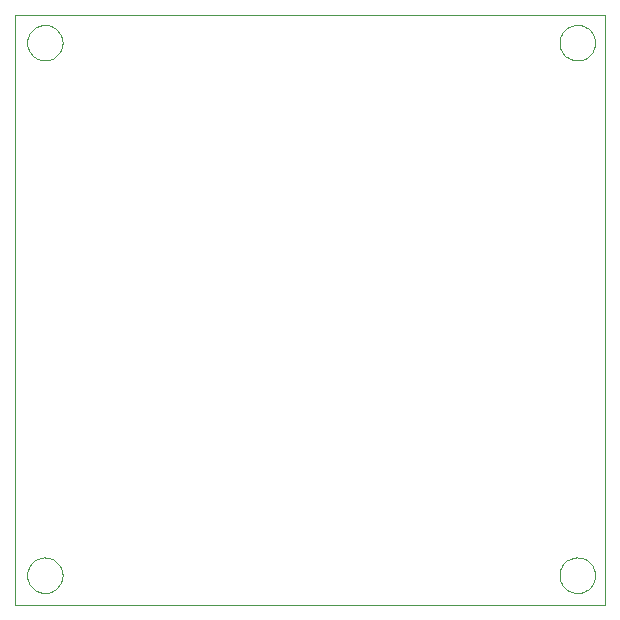
<source format=gbo>
G75*
%MOIN*%
%OFA0B0*%
%FSLAX24Y24*%
%IPPOS*%
%LPD*%
%AMOC8*
5,1,8,0,0,1.08239X$1,22.5*
%
%ADD10C,0.0000*%
D10*
X000255Y000100D02*
X000255Y019785D01*
X019940Y019785D01*
X019940Y000100D01*
X000255Y000100D01*
X000664Y001100D02*
X000666Y001148D01*
X000672Y001196D01*
X000682Y001243D01*
X000695Y001289D01*
X000713Y001334D01*
X000733Y001378D01*
X000758Y001420D01*
X000786Y001459D01*
X000816Y001496D01*
X000850Y001530D01*
X000887Y001562D01*
X000925Y001591D01*
X000966Y001616D01*
X001009Y001638D01*
X001054Y001656D01*
X001100Y001670D01*
X001147Y001681D01*
X001195Y001688D01*
X001243Y001691D01*
X001291Y001690D01*
X001339Y001685D01*
X001387Y001676D01*
X001433Y001664D01*
X001478Y001647D01*
X001522Y001627D01*
X001564Y001604D01*
X001604Y001577D01*
X001642Y001547D01*
X001677Y001514D01*
X001709Y001478D01*
X001739Y001440D01*
X001765Y001399D01*
X001787Y001356D01*
X001807Y001312D01*
X001822Y001267D01*
X001834Y001220D01*
X001842Y001172D01*
X001846Y001124D01*
X001846Y001076D01*
X001842Y001028D01*
X001834Y000980D01*
X001822Y000933D01*
X001807Y000888D01*
X001787Y000844D01*
X001765Y000801D01*
X001739Y000760D01*
X001709Y000722D01*
X001677Y000686D01*
X001642Y000653D01*
X001604Y000623D01*
X001564Y000596D01*
X001522Y000573D01*
X001478Y000553D01*
X001433Y000536D01*
X001387Y000524D01*
X001339Y000515D01*
X001291Y000510D01*
X001243Y000509D01*
X001195Y000512D01*
X001147Y000519D01*
X001100Y000530D01*
X001054Y000544D01*
X001009Y000562D01*
X000966Y000584D01*
X000925Y000609D01*
X000887Y000638D01*
X000850Y000670D01*
X000816Y000704D01*
X000786Y000741D01*
X000758Y000780D01*
X000733Y000822D01*
X000713Y000866D01*
X000695Y000911D01*
X000682Y000957D01*
X000672Y001004D01*
X000666Y001052D01*
X000664Y001100D01*
X000664Y018850D02*
X000666Y018898D01*
X000672Y018946D01*
X000682Y018993D01*
X000695Y019039D01*
X000713Y019084D01*
X000733Y019128D01*
X000758Y019170D01*
X000786Y019209D01*
X000816Y019246D01*
X000850Y019280D01*
X000887Y019312D01*
X000925Y019341D01*
X000966Y019366D01*
X001009Y019388D01*
X001054Y019406D01*
X001100Y019420D01*
X001147Y019431D01*
X001195Y019438D01*
X001243Y019441D01*
X001291Y019440D01*
X001339Y019435D01*
X001387Y019426D01*
X001433Y019414D01*
X001478Y019397D01*
X001522Y019377D01*
X001564Y019354D01*
X001604Y019327D01*
X001642Y019297D01*
X001677Y019264D01*
X001709Y019228D01*
X001739Y019190D01*
X001765Y019149D01*
X001787Y019106D01*
X001807Y019062D01*
X001822Y019017D01*
X001834Y018970D01*
X001842Y018922D01*
X001846Y018874D01*
X001846Y018826D01*
X001842Y018778D01*
X001834Y018730D01*
X001822Y018683D01*
X001807Y018638D01*
X001787Y018594D01*
X001765Y018551D01*
X001739Y018510D01*
X001709Y018472D01*
X001677Y018436D01*
X001642Y018403D01*
X001604Y018373D01*
X001564Y018346D01*
X001522Y018323D01*
X001478Y018303D01*
X001433Y018286D01*
X001387Y018274D01*
X001339Y018265D01*
X001291Y018260D01*
X001243Y018259D01*
X001195Y018262D01*
X001147Y018269D01*
X001100Y018280D01*
X001054Y018294D01*
X001009Y018312D01*
X000966Y018334D01*
X000925Y018359D01*
X000887Y018388D01*
X000850Y018420D01*
X000816Y018454D01*
X000786Y018491D01*
X000758Y018530D01*
X000733Y018572D01*
X000713Y018616D01*
X000695Y018661D01*
X000682Y018707D01*
X000672Y018754D01*
X000666Y018802D01*
X000664Y018850D01*
X018414Y018850D02*
X018416Y018898D01*
X018422Y018946D01*
X018432Y018993D01*
X018445Y019039D01*
X018463Y019084D01*
X018483Y019128D01*
X018508Y019170D01*
X018536Y019209D01*
X018566Y019246D01*
X018600Y019280D01*
X018637Y019312D01*
X018675Y019341D01*
X018716Y019366D01*
X018759Y019388D01*
X018804Y019406D01*
X018850Y019420D01*
X018897Y019431D01*
X018945Y019438D01*
X018993Y019441D01*
X019041Y019440D01*
X019089Y019435D01*
X019137Y019426D01*
X019183Y019414D01*
X019228Y019397D01*
X019272Y019377D01*
X019314Y019354D01*
X019354Y019327D01*
X019392Y019297D01*
X019427Y019264D01*
X019459Y019228D01*
X019489Y019190D01*
X019515Y019149D01*
X019537Y019106D01*
X019557Y019062D01*
X019572Y019017D01*
X019584Y018970D01*
X019592Y018922D01*
X019596Y018874D01*
X019596Y018826D01*
X019592Y018778D01*
X019584Y018730D01*
X019572Y018683D01*
X019557Y018638D01*
X019537Y018594D01*
X019515Y018551D01*
X019489Y018510D01*
X019459Y018472D01*
X019427Y018436D01*
X019392Y018403D01*
X019354Y018373D01*
X019314Y018346D01*
X019272Y018323D01*
X019228Y018303D01*
X019183Y018286D01*
X019137Y018274D01*
X019089Y018265D01*
X019041Y018260D01*
X018993Y018259D01*
X018945Y018262D01*
X018897Y018269D01*
X018850Y018280D01*
X018804Y018294D01*
X018759Y018312D01*
X018716Y018334D01*
X018675Y018359D01*
X018637Y018388D01*
X018600Y018420D01*
X018566Y018454D01*
X018536Y018491D01*
X018508Y018530D01*
X018483Y018572D01*
X018463Y018616D01*
X018445Y018661D01*
X018432Y018707D01*
X018422Y018754D01*
X018416Y018802D01*
X018414Y018850D01*
X018414Y001100D02*
X018416Y001148D01*
X018422Y001196D01*
X018432Y001243D01*
X018445Y001289D01*
X018463Y001334D01*
X018483Y001378D01*
X018508Y001420D01*
X018536Y001459D01*
X018566Y001496D01*
X018600Y001530D01*
X018637Y001562D01*
X018675Y001591D01*
X018716Y001616D01*
X018759Y001638D01*
X018804Y001656D01*
X018850Y001670D01*
X018897Y001681D01*
X018945Y001688D01*
X018993Y001691D01*
X019041Y001690D01*
X019089Y001685D01*
X019137Y001676D01*
X019183Y001664D01*
X019228Y001647D01*
X019272Y001627D01*
X019314Y001604D01*
X019354Y001577D01*
X019392Y001547D01*
X019427Y001514D01*
X019459Y001478D01*
X019489Y001440D01*
X019515Y001399D01*
X019537Y001356D01*
X019557Y001312D01*
X019572Y001267D01*
X019584Y001220D01*
X019592Y001172D01*
X019596Y001124D01*
X019596Y001076D01*
X019592Y001028D01*
X019584Y000980D01*
X019572Y000933D01*
X019557Y000888D01*
X019537Y000844D01*
X019515Y000801D01*
X019489Y000760D01*
X019459Y000722D01*
X019427Y000686D01*
X019392Y000653D01*
X019354Y000623D01*
X019314Y000596D01*
X019272Y000573D01*
X019228Y000553D01*
X019183Y000536D01*
X019137Y000524D01*
X019089Y000515D01*
X019041Y000510D01*
X018993Y000509D01*
X018945Y000512D01*
X018897Y000519D01*
X018850Y000530D01*
X018804Y000544D01*
X018759Y000562D01*
X018716Y000584D01*
X018675Y000609D01*
X018637Y000638D01*
X018600Y000670D01*
X018566Y000704D01*
X018536Y000741D01*
X018508Y000780D01*
X018483Y000822D01*
X018463Y000866D01*
X018445Y000911D01*
X018432Y000957D01*
X018422Y001004D01*
X018416Y001052D01*
X018414Y001100D01*
M02*

</source>
